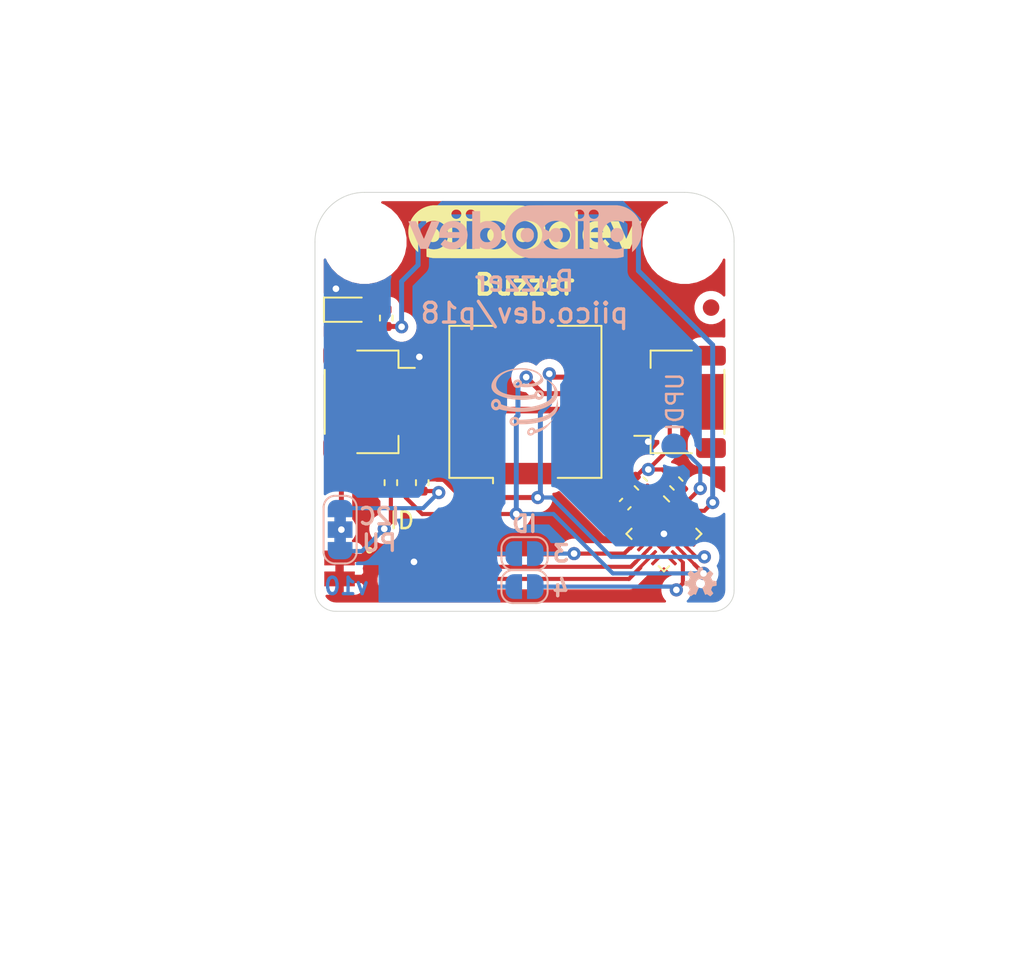
<source format=kicad_pcb>
(kicad_pcb (version 20211014) (generator pcbnew)
  (layers (0 "F.Cu" signal) (31 "B.Cu" signal) (34 "B.Paste" user) (35 "F.Paste" user) (36 "B.SilkS" user "B.Silkscreen") (37 "F.SilkS" user "F.Silkscreen") (38 "B.Mask" user) (39 "F.Mask" user) (44 "Edge.Cuts" user))
  (net 0 "")
  (net 1 "+3V3")
  (net 2 "GND")
  (net 3 "Net-(D1-Pad2)")
  (net 4 "/SCL")
  (net 5 "/SDA")
  (net 6 "Net-(JP2-Pad1)")
  (net 7 "Net-(JP2-Pad3)")
  (net 8 "/UPDI")
  (net 9 "/ADD2")
  (net 10 "/ADD1")
  (net 11 "/PWR_LED")
  (net 12 "/ADD3")
  (net 13 "/ADD4")
  (net 14 "/BUZZ_2")
  (net 15 "/BUZZ_1")
  (net 16 "/BUZZ")
  (net 17 "/BUZZ_3")
  (net 18 "Net-(U1-Pad7)")
  (net 19 "Net-(U1-Pad10)")
  (net 20 "Net-(U1-Pad11)")
  (net 21 "Net-(U1-Pad15)")
  (net 22 "Net-(U1-Pad16)")
  (net 23 "Net-(U1-Pad18)")
  (footprint "CoreElectronics_Components:PiicoDev_Connector_with_UPDI" (layer "F.Cu") (at 106.7054 101.346 90)
    (fp_text reference "J2" hide)
    (fp_text value " " hide)
    (fp_text user "UPDI" (at 0 -0.3 90) (layer "B.SilkS") (effects (justify mirror)))
    (pad "1" smd roundrect locked (at -1.5 -2 90) (size 0.6 1.55) (layers "F.Cu" "F.Paste" "F.Mask") (net 2 "GND"))
    (pad "2" smd roundrect locked (at -0.5 -2 90) (size 0.6 1.55) (layers "F.Cu" "F.Paste" "F.Mask") (net 1 "+3V3"))
    (pad "3" smd roundrect locked (at 0.5 -2 90) (size 0.6 1.55) (layers "F.Cu" "F.Paste" "F.Mask") (net 5 "/SDA"))
    (pad "4" smd roundrect locked (at 1.5 -2 90) (size 0.6 1.55) (layers "F.Cu" "F.Paste" "F.Mask") (net 4 "/SCL"))
    (pad "5" smd circle locked (at -2.67 -0.38 90) (size 1.5 1.5) (layers "B.Cu" "B.Mask") (net 8 "/UPDI"))
    (pad "MP" smd roundrect locked (at -2.8 1.875 90) (size 1.2 1.8) (layers "F.Cu" "F.Paste" "F.Mask") (roundrect_rratio 0.2083325))
    (pad "MP" smd roundrect locked (at 2.8 1.875 90) (size 1.2 1.8) (layers "F.Cu" "F.Paste" "F.Mask") (roundrect_rratio 0.2083325))
  )
  (footprint "CoreElectronics_Components:MountingHole_2.7mm_M2.5_PadClearance_1.2" (layer "F.Cu") (at 87.582 91.646)
    (fp_text reference "H1" hide)
    (fp_text value "MountingHole")
    (pad "" np_thru_hole circle locked (at 0 0) (size 2.7 2.7) (drill 2.7) (layers *.Cu *.Mask))
  )
  (footprint "Fiducial:Fiducial_1mm_Mask2mm" (layer "F.Cu") (at 89.382 112.146)
    (fp_text reference "FID1" hide)
    (fp_text value "Fiducial")
    (pad "" smd circle locked (at 0 0) (size 1 1) (layers "F.Cu" "F.Mask") (clearance 0.5))
  )
  (footprint "CoreElectronics_Components:MountingHole_2.7mm_M2.5_PadClearance_1.2" (layer "F.Cu") (at 106.982 91.646)
    (fp_text reference "H2" hide)
    (fp_text value "MountingHole")
    (pad "" np_thru_hole circle locked (at 0 0) (size 2.7 2.7) (drill 2.7) (layers *.Cu *.Mask))
  )
  (footprint "Fiducial:Fiducial_1mm_Mask2mm" (layer "F.Cu") (at 108.585 95.631)
    (fp_text reference "FID2" hide)
    (fp_text value "Fiducial")
    (pad "" smd circle locked (at 0 0) (size 1 1) (layers "F.Cu" "F.Mask") (clearance 0.5))
  )
  (footprint "Resistor_SMD:R_0402_1005Metric" (layer "F.Cu") (at 88.9 96.266 90)
    (fp_text reference "R1" hide)
    (fp_text value "10k" hide)
    (pad "1" smd roundrect locked (at -0.51 0 90) (size 0.54 0.64) (layers "F.Cu" "F.Paste" "F.Mask") (net 11 "/PWR_LED"))
    (pad "2" smd roundrect locked (at 0.51 0 90) (size 0.54 0.64) (layers "F.Cu" "F.Paste" "F.Mask") (net 3 "Net-(D1-Pad2)"))
  )
  (footprint "LED_SMD:LED_0603_1608Metric" (layer "F.Cu") (at 86.614 95.758)
    (fp_text reference "D1" hide)
    (fp_text value "LED" hide)
    (pad "1" smd roundrect locked (at -0.7875 0) (size 0.875 0.95) (layers "F.Cu" "F.Paste" "F.Mask") (net 2 "GND"))
    (pad "2" smd roundrect locked (at 0.7875 0) (size 0.875 0.95) (layers "F.Cu" "F.Paste" "F.Mask") (net 3 "Net-(D1-Pad2)"))
  )
  (footprint "Connector_JST:JST_SH_SM04B-SRSS-TB_1x04-1MP_P1.00mm_Horizontal" (layer "F.Cu") (at 87.8586 101.346 -90)
    (fp_text reference "J1" hide)
    (fp_text value " " hide)
    (pad "1" smd roundrect locked (at -1.5 -2 270) (size 0.6 1.55) (layers "F.Cu" "F.Paste" "F.Mask") (net 2 "GND"))
    (pad "2" smd roundrect locked (at -0.5 -2 270) (size 0.6 1.55) (layers "F.Cu" "F.Paste" "F.Mask") (net 1 "+3V3"))
    (pad "3" smd roundrect locked (at 0.5 -2 270) (size 0.6 1.55) (layers "F.Cu" "F.Paste" "F.Mask") (net 5 "/SDA"))
    (pad "4" smd roundrect locked (at 1.5 -2 270) (size 0.6 1.55) (layers "F.Cu" "F.Paste" "F.Mask") (net 4 "/SCL"))
    (pad "MP" smd roundrect locked (at -2.8 1.875 270) (size 1.2 1.8) (layers "F.Cu" "F.Paste" "F.Mask") (roundrect_rratio 0.2083325))
    (pad "MP" smd roundrect locked (at 2.8 1.875 270) (size 1.2 1.8) (layers "F.Cu" "F.Paste" "F.Mask") (roundrect_rratio 0.2083325))
  )
  (footprint "Resistor_SMD:R_0402_1005Metric" (layer "F.Cu") (at 91.082 106.246 90)
    (fp_text reference "R2" hide)
    (fp_text value "10k")
    (pad "1" smd roundrect locked (at -0.51 0 90) (size 0.54 0.64) (layers "F.Cu" "F.Paste" "F.Mask") (net 7 "Net-(JP2-Pad3)"))
    (pad "2" smd roundrect locked (at 0.51 0 90) (size 0.54 0.64) (layers "F.Cu" "F.Paste" "F.Mask") (net 4 "/SCL"))
  )
  (footprint "Package_DFN_QFN:VQFN-20-1EP_3x3mm_P0.4mm_EP1.7x1.7mm" (layer "F.Cu") (at 105.7275 109.347 -45)
    (fp_text reference "U1" hide)
    (fp_text value "ATtiny806")
    (pad "1" smd custom locked (at -1.45 -0.8 315) (size 0.143431 0.143431) (layers "F.Cu" "F.Paste" "F.Mask") (net 17 "/BUZZ_3") (options (clearance outline) (anchor circle)) (primitives (gr_poly (pts (xy -0.35 -0.05) (xy 0.299289 -0.05) (xy 0.35 0.000711) (xy 0.35 0.05) (xy -0.35 0.05)) (width 0.1) (fill yes))))
    (pad "2" smd roundrect locked (at -1.45 -0.4 315) (size 0.8 0.2) (layers "F.Cu" "F.Paste" "F.Mask") (net 15 "/BUZZ_1"))
    (pad "3" smd roundrect locked (at -1.45 0 315) (size 0.8 0.2) (layers "F.Cu" "F.Paste" "F.Mask") (net 2 "GND"))
    (pad "4" smd roundrect locked (at -1.45 0.4 315) (size 0.8 0.2) (layers "F.Cu" "F.Paste" "F.Mask") (net 1 "+3V3"))
    (pad "5" smd custom locked (at -1.45 0.8 315) (size 0.143431 0.143431) (layers "F.Cu" "F.Paste" "F.Mask") (net 16 "/BUZZ") (options (clearance outline) (anchor circle)) (primitives (gr_poly (pts (xy -0.35 -0.05) (xy 0.35 -0.05) (xy 0.35 -0.000711) (xy 0.299289 0.05) (xy -0.35 0.05)) (width 0.1) (fill yes))))
    (pad "6" smd custom locked (at -0.8 1.45 315) (size 0.143431 0.143431) (layers "F.Cu" "F.Paste" "F.Mask") (net 12 "/ADD3") (options (clearance outline) (anchor circle)) (primitives (gr_poly (pts (xy -0.05 -0.299289) (xy 0.000711 -0.35) (xy 0.05 -0.35) (xy 0.05 0.35) (xy -0.05 0.35)) (width 0.1) (fill yes))))
    (pad "7" smd roundrect locked (at -0.4 1.45 315) (size 0.2 0.8) (layers "F.Cu" "F.Paste" "F.Mask") (net 18 "Net-(U1-Pad7)"))
    (pad "8" smd roundrect locked (at 0 1.45 315) (size 0.2 0.8) (layers "F.Cu" "F.Paste" "F.Mask") (net 10 "/ADD1"))
    (pad "9" smd roundrect locked (at 0.4 1.45 315) (size 0.2 0.8) (layers "F.Cu" "F.Paste" "F.Mask") (net 9 "/ADD2"))
    (pad "10" smd custom locked (at 0.8 1.45 315) (size 0.143431 0.143431) (layers "F.Cu" "F.Paste" "F.Mask") (net 19 "Net-(U1-Pad10)") (options (clearance outline) (anchor circle)) (primitives (gr_poly (pts (xy -0.05 -0.35) (xy -0.000711 -0.35) (xy 0.05 -0.299289) (xy 0.05 0.35) (xy -0.05 0.35)) (width 0.1) (fill yes))))
    (pad "11" smd custom locked (at 1.45 0.8 315) (size 0.143431 0.143431) (layers "F.Cu" "F.Paste" "F.Mask") (net 20 "Net-(U1-Pad11)") (options (clearance outline) (anchor circle)) (primitives (gr_poly (pts (xy -0.35 -0.05) (xy 0.35 -0.05) (xy 0.35 0.05) (xy -0.299289 0.05) (xy -0.35 -0.000711)) (width 0.1) (fill yes))))
    (pad "12" smd roundrect locked (at 1.45 0.4 315) (size 0.8 0.2) (layers "F.Cu" "F.Paste" "F.Mask") (net 13 "/ADD4"))
    (pad "13" smd roundrect locked (at 1.45 0 315) (size 0.8 0.2) (layers "F.Cu" "F.Paste" "F.Mask") (net 5 "/SDA"))
    (pad "14" smd roundrect locked (at 1.45 -0.4 315) (size 0.8 0.2) (layers "F.Cu" "F.Paste" "F.Mask") (net 4 "/SCL"))
    (pad "15" smd custom locked (at 1.45 -0.8 315) (size 0.143431 0.143431) (layers "F.Cu" "F.Paste" "F.Mask") (net 21 "Net-(U1-Pad15)") (options (clearance outline) (anchor circle)) (primitives (gr_poly (pts (xy -0.35 0.000711) (xy -0.299289 -0.05) (xy 0.35 -0.05) (xy 0.35 0.05) (xy -0.35 0.05)) (width 0.1) (fill yes))))
    (pad "16" smd custom locked (at 0.8 -1.45 315) (size 0.143431 0.143431) (layers "F.Cu" "F.Paste" "F.Mask") (net 22 "Net-(U1-Pad16)") (options (clearance outline) (anchor circle)) (primitives (gr_poly (pts (xy -0.05 -0.35) (xy 0.05 -0.35) (xy 0.05 0.299289) (xy -0.000711 0.35) (xy -0.05 0.35)) (width 0.1) (fill yes))))
    (pad "17" smd roundrect locked (at 0.4 -1.45 315) (size 0.2 0.8) (layers "F.Cu" "F.Paste" "F.Mask") (net 11 "/PWR_LED"))
    (pad "18" smd roundrect locked (at 0 -1.45 315) (size 0.2 0.8) (layers "F.Cu" "F.Paste" "F.Mask") (net 23 "Net-(U1-Pad18)"))
    (pad "19" smd roundrect locked (at -0.4 -1.45 315) (size 0.2 0.8) (layers "F.Cu" "F.Paste" "F.Mask") (net 8 "/UPDI"))
    (pad "20" smd custom locked (at -0.8 -1.45 315) (size 0.143431 0.143431) (layers "F.Cu" "F.Paste" "F.Mask") (net 14 "/BUZZ_2") (options (clearance outline) (anchor circle)) (primitives (gr_poly (pts (xy -0.05 -0.35) (xy 0.05 -0.35) (xy 0.05 0.35) (xy 0.000711 0.35) (xy -0.05 0.299289)) (width 0.1) (fill yes))))
    (pad "21" smd rect locked (at 0 0 315) (size 1.7 1.7) (layers "F.Cu" "F.Mask") (net 2 "GND"))
  )
  (footprint "Capacitor_SMD:C_0402_1005Metric" (layer "F.Cu") (at 103.382 107.546 45)
    (fp_text reference "C1" hide)
    (fp_text value "100n")
    (pad "1" smd roundrect locked (at -0.48 0 45) (size 0.56 0.62) (layers "F.Cu" "F.Paste" "F.Mask") (net 1 "+3V3"))
    (pad "2" smd roundrect locked (at 0.48 0 45) (size 0.56 0.62) (layers "F.Cu" "F.Paste" "F.Mask") (net 2 "GND"))
  )
  (footprint "CoreElectronics_Artwork:piicodev_logo_14.2x3.4mm" (layer "F.Cu") (at 97.329859 91.1352)
    (fp_text reference "G1" hide)
    (fp_text value "LOGO_PiicoDev" hide)
  )
  (footprint "Resistor_SMD:R_0402_1005Metric" (layer "F.Cu") (at 89.182 106.246 90)
    (fp_text reference "R3" hide)
    (fp_text value "10k" hide)
    (pad "1" smd roundrect locked (at -0.51 0 90) (size 0.54 0.64) (layers "F.Cu" "F.Paste" "F.Mask") (net 6 "Net-(JP2-Pad1)"))
    (pad "2" smd roundrect locked (at 0.51 0 90) (size 0.54 0.64) (layers "F.Cu" "F.Paste" "F.Mask") (net 5 "/SDA"))
  )
  (footprint "CoreElectronics_Components:SW_DIP_SPSTx02_Slide_DSHP" (layer "F.Cu") (at 89.882 111.446)
    (fp_text reference "SW1" hide)
    (fp_text value "ADDR")
    (pad "1" smd rect locked (at -3.81 -0.635) (size 1.85 0.9) (layers "F.Cu" "F.Paste" "F.Mask") (net 2 "GND"))
    (pad "2" smd rect locked (at -3.81 0.635) (size 1.85 0.9) (layers "F.Cu" "F.Paste" "F.Mask") (net 2 "GND"))
    (pad "3" smd rect locked (at 3.81 0.635) (size 1.85 0.9) (layers "F.Cu" "F.Paste" "F.Mask") (net 9 "/ADD2"))
    (pad "4" smd rect locked (at 3.81 -0.635) (size 1.85 0.9) (layers "F.Cu" "F.Paste" "F.Mask") (net 10 "/ADD1"))
  )
  (footprint "Resistor_SMD:R_0402_1005Metric" (layer "F.Cu") (at 104.332 106.296 135)
    (fp_text reference "R4" hide)
    (fp_text value "4k7")
    (pad "1" smd roundrect locked (at -0.51 0 135) (size 0.54 0.64) (layers "F.Cu" "F.Paste" "F.Mask") (net 15 "/BUZZ_1"))
    (pad "2" smd roundrect locked (at 0.51 0 135) (size 0.54 0.64) (layers "F.Cu" "F.Paste" "F.Mask") (net 17 "/BUZZ_3"))
  )
  (footprint "Resistor_SMD:R_0402_1005Metric" (layer "F.Cu") (at 106.482 106.296 135)
    (fp_text reference "R5" hide)
    (fp_text value "1k")
    (pad "1" smd roundrect locked (at -0.51 0 135) (size 0.54 0.64) (layers "F.Cu" "F.Paste" "F.Mask") (net 14 "/BUZZ_2"))
    (pad "2" smd roundrect locked (at 0.51 0 135) (size 0.54 0.64) (layers "F.Cu" "F.Paste" "F.Mask") (net 17 "/BUZZ_3"))
  )
  (footprint "Buzzer_Beeper:Buzzer_Murata_PKMCS0909E" (layer "F.Cu") (at 97.332 101.346 90)
    (fp_text reference "LS1" hide)
    (fp_text value "Speaker_Crystal")
    (pad "1" smd rect locked (at -4.35 0 90) (size 1.3 3.4) (layers "F.Cu" "F.Paste" "F.Mask") (net 16 "/BUZZ"))
    (pad "2" smd rect locked (at 4.35 0 90) (size 1.3 3.4) (layers "F.Cu" "F.Paste" "F.Mask") (net 17 "/BUZZ_3"))
  )
  (footprint "CoreElectronics_Artwork:piicodev_logo_14.2x3.4mm" (layer "B.Cu") (at 97.297953 91.1352 180)
    (fp_text reference "G3" hide)
    (fp_text value "LOGO_made-with-love" hide)
  )
  (footprint "CoreElectronics_Artwork:oshw" (layer "B.Cu") (at 107.95 112.268 180)
    (fp_text reference "LOGO1" hide)
    (fp_text value "Logo_Open_Hardware_Small" hide)
  )
  (footprint "CoreElectronics_Components:SolderJumper-3_P1.3mm_Closed_RoundedPad1.0x1.5mm_NumberLabels" (layer "B.Cu") (at 86.106 109.093 90)
    (fp_text reference "JP2" hide)
    (fp_text value "I2C PU")
    (fp_poly (pts (xy 0.8 -0.3) (xy -0.8 -0.3) (xy -0.8 0.3) (xy 0.8 0.3)) (layer "B.Cu") (width 0.1) (fill solid))
    (pad "1" smd custom locked (at -1.3 0 90) (size 1 0.5) (layers "B.Cu" "B.Mask") (net 6 "Net-(JP2-Pad1)") (options (clearance outline) (anchor rect)) (primitives (gr_circle (center 0 -0.25) (end 0.5 -0.25) (width 0) (fill yes)) (gr_circle (center 0 0.25) (end 0.5 0.25) (width 0) (fill yes)) (gr_poly (pts (xy 0.55 0.75) (xy 0 0.75) (xy 0 -0.75) (xy 0.55 -0.75)) (width 0) (fill yes))))
    (pad "2" smd rect locked (at 0 0 90) (size 1 1.5) (layers "B.Cu" "B.Mask") (net 1 "+3V3"))
    (pad "3" smd custom locked (at 1.3 0 90) (size 1 0.5) (layers "B.Cu" "B.Mask") (net 7 "Net-(JP2-Pad3)") (options (clearance outline) (anchor rect)) (primitives (gr_circle (center 0 -0.25) (end 0.5 -0.25) (width 0) (fill yes)) (gr_circle (center 0 0.25) (end 0.5 0.25) (width 0) (fill yes)) (gr_poly (pts (xy -0.55 0.75) (xy 0 0.75) (xy 0 -0.75) (xy -0.55 -0.75)) (width 0) (fill yes))))
  )
  (footprint "Jumper:SolderJumper-2_P1.3mm_Open_RoundedPad1.0x1.5mm" (layer "B.Cu") (at 97.282 112.546 180)
    (fp_text reference "JP5")
    (fp_text value "SolderJumper_2_Open")
    (pad "1" smd custom locked (at -0.65 0 180) (size 1 0.5) (layers "B.Cu" "B.Mask") (net 13 "/ADD4") (options (clearance outline) (anchor rect)) (primitives (gr_circle (center 0 -0.25) (end 0.5 -0.25) (width 0) (fill yes)) (gr_circle (center 0 0.25) (end 0.5 0.25) (width 0) (fill yes)) (gr_poly (pts (xy 0 0.75) (xy 0.5 0.75) (xy 0.5 -0.75) (xy 0 -0.75)) (width 0) (fill yes))))
    (pad "2" smd custom locked (at 0.65 0 180) (size 1 0.5) (layers "B.Cu" "B.Mask") (net 2 "GND") (options (clearance convexhull) (anchor rect)) (primitives (gr_circle (center 0 -0.25) (end 0.5 -0.25) (width 0) (fill yes)) (gr_circle (center 0 0.25) (end 0.5 0.25) (width 0) (fill yes)) (gr_poly (pts (xy 0 0.75) (xy -0.5 0.75) (xy -0.5 -0.75) (xy 0 -0.75)) (width 0) (fill yes))))
  )
  (footprint "Jumper:SolderJumper-2_P1.3mm_Open_RoundedPad1.0x1.5mm" (layer "B.Cu") (at 97.282 110.546 180)
    (fp_text reference "JP3" hide)
    (fp_text value "SolderJumper_2_Open")
    (pad "1" smd custom locked (at -0.65 0 180) (size 1 0.5) (layers "B.Cu" "B.Mask") (net 12 "/ADD3") (options (clearance outline) (anchor rect)) (primitives (gr_circle (center 0 -0.25) (end 0.5 -0.25) (width 0) (fill yes)) (gr_circle (center 0 0.25) (end 0.5 0.25) (width 0) (fill yes)) (gr_poly (pts (xy 0 0.75) (xy 0.5 0.75) (xy 0.5 -0.75) (xy 0 -0.75)) (width 0) (fill yes))))
    (pad "2" smd custom locked (at 0.65 0 180) (size 1 0.5) (layers "B.Cu" "B.Mask") (net 2 "GND") (options (clearance outline) (anchor rect)) (primitives (gr_circle (center 0 -0.25) (end 0.5 -0.25) (width 0) (fill yes)) (gr_circle (center 0 0.25) (end 0.5 0.25) (width 0) (fill yes)) (gr_poly (pts (xy 0 0.75) (xy -0.5 0.75) (xy -0.5 -0.75) (xy 0 -0.75)) (width 0) (fill yes))))
  )
  (footprint "CoreElectronics_Artwork:CoreElectronics_logo_5mm_v2" (layer "B.Cu") (at 97.282 101.346263 180)
    (fp_text reference "G2" hide)
    (fp_text value "LOGO_CoreElectronics_no-text" hide)
  )
  (gr_arc (start 109.982 112.776) (mid 109.610026 113.674026) (end 108.712 114.046) (layer "Edge.Cuts") (width 0.05))
  (gr_arc (start 85.852 114.046) (mid 84.953974 113.674026) (end 84.582 112.776) (layer "Edge.Cuts") (width 0.05))
  (gr_line (start 108.712 114.046) (end 85.852 114.046) (layer "Edge.Cuts") (width 0.05))
  (gr_line (start 84.582 112.776) (end 84.582 91.646) (layer "Edge.Cuts") (width 0.05))
  (gr_arc (start 106.982 88.646) (mid 109.10332 89.52468) (end 109.982 91.646) (layer "Edge.Cuts") (width 0.05))
  (gr_arc (start 84.582 91.646) (mid 85.46068 89.52468) (end 87.582 88.646) (layer "Edge.Cuts") (width 0.05))
  (gr_line (start 87.582 88.646) (end 106.982 88.646) (layer "Edge.Cuts") (width 0.05))
  (gr_line (start 109.982 91.646) (end 109.982 112.776) (layer "Edge.Cuts") (width 0.05))
  (gr_text "v10" (at 86.492 112.522) (layer "B.Cu") (effects (font (size 1 1) (thickness 0.2)) (justify mirror)))
  (gr_text "Buzzer\npiico.dev/p18" (at 97.282 94.996) (layer "B.SilkS") (effects (font (size 1.2 1.2) (thickness 0.2)) (justify mirror)))
  (gr_text "3" (at 99.482 110.546) (layer "B.SilkS") (effects (font (size 1 1) (thickness 0.2)) (justify mirror)))
  (gr_text "ID" (at 97.282 108.746) (layer "B.SilkS") (effects (font (size 1 1) (thickness 0.2)) (justify mirror)))
  (gr_text "ID" (at 97.282 108.746) (layer "B.SilkS") (effects (font (size 1 1) (thickness 0.2)) (justify mirror)))
  (gr_text "3" (at 99.482 110.546) (layer "B.SilkS") (effects (font (size 1 1) (thickness 0.2)) (justify mirror)))
  (gr_text "4" (at 99.482 112.646) (layer "B.SilkS") (effects (font (size 1 1) (thickness 0.2)) (justify mirror)))
  (gr_text "4" (at 99.482 112.646) (layer "B.SilkS") (effects (font (size 1 1) (thickness 0.2)) (justify mirror)))
  (gr_text "I2C\nPU" (at 88.482 109.093) (layer "B.SilkS") (effects (font (size 1 1) (thickness 0.2)) (justify mirror)))
  (gr_text "Buzzer" (at 97.282 94.246) (layer "F.SilkS") (effects (font (size 1.2 1.2) (thickness 0.25))))
  (gr_text "ID" (at 90.695095 108.546) (layer "F.SilkS") (effects (font (size 1 1)) (justify right)))
  (segment (start 102.332 101.896) (end 102.382 101.846) (width 0.25) (layer "F.Cu") (net 1))
  (segment (start 90.582 100.846) (end 89.8586 100.846) (width 0.3) (layer "F.Cu") (net 1))
  (segment (start 103.253178 108.096) (end 103.042589 107.885411) (width 0.2) (layer "F.Cu") (net 1))
  (segment (start 103.132 101.846) (end 104.7054 101.846) (width 0.4) (layer "F.Cu") (net 1))
  (segment (start 102.382 101.846) (end 103.116 101.846) (width 0.25) (layer "F.Cu") (net 1))
  (segment (start 104.419352 108.604538) (end 103.910814 108.096) (width 0.2) (layer "F.Cu") (net 1))
  (segment (start 86.432 106.071) (end 86.182 106.321) (width 0.3) (layer "F.Cu") (net 1))
  (segment (start 86.182 106.321) (end 86.182 109.093) (width 0.3) (layer "F.Cu") (net 1))
  (segment (start 87.782 101.571) (end 88.507 100.846) (width 0.3) (layer "F.Cu") (net 1))
  (segment (start 103.132 101.846) (end 91.582 101.846) (width 0.4) (layer "F.Cu") (net 1))
  (segment (start 103.042589 107.885411) (end 102.332 107.174822) (width 0.25) (layer "F.Cu") (net 1))
  (segment (start 102.332 107.174822) (end 102.332 101.896) (width 0.25) (layer "F.Cu") (net 1))
  (segment (start 86.432 106.071) (end 87.782 104.721) (width 0.3) (layer "F.Cu") (net 1))
  (segment (start 103.124 101.854) (end 103.132 101.846) (width 0.4) (layer "F.Cu") (net 1))
  (segment (start 87.782 104.721) (end 87.782 101.571) (width 0.3) (layer "F.Cu") (net 1))
  (segment (start 91.582 101.846) (end 90.582 100.846) (width 0.4) (layer "F.Cu") (net 1))
  (segment (start 88.507 100.846) (end 89.8586 100.846) (width 0.3) (layer "F.Cu") (net 1))
  (segment (start 103.910814 108.096) (end 103.253178 108.096) (width 0.2) (layer "F.Cu") (net 1))
  (segment (start 103.116 101.846) (end 103.124 101.854) (width 0.25) (layer "F.Cu") (net 1))
  (via (at 86.182 109.093) (size 0.8) (drill 0.4) (layers "F.Cu" "B.Cu") (net 1))
  (segment (start 86.106 109.093) (end 86.182 109.093) (width 0.3) (layer "B.Cu") (net 1))
  (segment (start 104.702195 108.321695) (end 105.7275 109.347) (width 0.2) (layer "F.Cu") (net 2))
  (segment (start 103.721411 107.340911) (end 103.721411 107.206589) (width 0.2) (layer "F.Cu") (net 2))
  (segment (start 85.8265 94.5135) (end 85.852 94.488) (width 0.25) (layer "F.Cu") (net 2))
  (segment (start 104.7054 103.6894) (end 104.775 103.759) (width 0.25) (layer "F.Cu") (net 2))
  (segment (start 103.082 106.567178) (end 103.082 103.296) (width 0.25) (layer "F.Cu") (net 2))
  (segment (start 103.532 102.846) (end 104.7054 102.846) (width 0.25) (layer "F.Cu") (net 2))
  (segment (start 90.582 111.046) (end 90.347 110.811) (width 0.25) (layer "F.Cu") (net 2))
  (segment (start 86.072 110.811) (end 86.072 112.081) (width 0.25) (layer "F.Cu") (net 2))
  (segment (start 103.082 103.296) (end 103.532 102.846) (width 0.25) (layer "F.Cu") (net 2))
  (segment (start 103.721411 107.206589) (end 103.082 106.567178) (width 0.25) (layer "F.Cu") (net 2))
  (segment (start 90.347 110.811) (end 86.072 110.811) (width 0.25) (layer "F.Cu") (net 2))
  (segment (start 104.7054 102.846) (end 104.7054 103.6894) (width 0.4) (layer "F.Cu") (net 2))
  (segment (start 85.8265 95.758) (end 85.8265 94.5135) (width 0.25) (layer "F.Cu") (net 2))
  (segment (start 104.702195 108.321695) (end 103.721411 107.340911) (width 0.2) (layer "F.Cu") (net 2))
  (via (at 90.907 98.621) (size 0.8) (drill 0.4) (layers "F.Cu" "B.Cu") (net 2))
  (via (at 90.582 111.046) (size 0.8) (drill 0.4) (layers "F.Cu" "B.Cu") (net 2))
  (via (at 105.7275 109.347) (size 0.8) (drill 0.4) (layers "F.Cu" "B.Cu") (net 2))
  (via (at 104.775 103.759) (size 0.8) (drill 0.4) (layers "F.Cu" "B.Cu") (net 2))
  (via (at 85.852 94.488) (size 0.8) (drill 0.4) (layers "F.Cu" "B.Cu") (net 2))
  (segment (start 104.775 103.6955) (end 104.775 103.759) (width 0.25) (layer "B.Cu") (net 2))
  (segment (start 94.982 110.646) (end 94.982 112.246) (width 0.25) (layer "B.Cu") (net 2))
  (segment (start 95.082 110.546) (end 94.982 110.646) (width 0.25) (layer "B.Cu") (net 2))
  (segment (start 96.632 110.546) (end 95.082 110.546) (width 0.25) (layer "B.Cu") (net 2))
  (segment (start 95.282 112.546) (end 96.632 112.546) (width 0.25) (layer "B.Cu") (net 2))
  (segment (start 94.982 112.246) (end 95.282 112.546) (width 0.25) (layer "B.Cu") (net 2))
  (segment (start 88.898 95.758) (end 88.9 95.756) (width 0.25) (layer "F.Cu") (net 3))
  (segment (start 87.4015 95.758) (end 88.898 95.758) (width 0.25) (layer "F.Cu") (net 3))
  (segment (start 91.392 106.046) (end 91.082 105.736) (width 0.25) (layer "F.Cu") (net 4))
  (segment (start 107.035648 110.089462) (end 107.690186 110.744) (width 0.2) (layer "F.Cu") (net 4))
  (segment (start 93.482 107.146) (end 92.382 106.046) (width 0.3) (layer "F.Cu") (net 4))
  (segment (start 91.982 106.046) (end 91.392 106.046) (width 0.25) (layer "F.Cu") (net 4))
  (segment (start 98.982 99.846) (end 104.7054 99.846) (width 0.3) (layer "F.Cu") (net 4))
  (segment (start 98.782 99.646) (end 98.982 99.846) (width 0.3) (layer "F.Cu") (net 4))
  (segment (start 91.082 104.936) (end 91.082 105.736) (width 0.25) (layer "F.Cu") (net 4))
  (segment (start 107.690186 110.744) (end 107.95 110.744) (width 0.2) (layer "F.Cu") (net 4))
  (segment (start 107.035648 110.089462) (end 107.041462 110.089462) (width 0.2) (layer "F.Cu") (net 4))
  (segment (start 89.8586 103.7126) (end 91.082 104.936) (width 0.25) (layer "F.Cu") (net 4))
  (segment (start 98.082 107.146) (end 93.482 107.146) (width 0.3) (layer "F.Cu") (net 4))
  (segment (start 92.382 106.046) (end 91.982 106.046) (width 0.3) (layer "F.Cu") (net 4))
  (segment (start 107.95 110.744) (end 108.1405 110.744) (width 0.2) (layer "F.Cu") (net 4))
  (segment (start 107.95 110.744) (end 108.18 110.744) (width 0.25) (layer "F.Cu") (net 4))
  (segment (start 89.8586 102.846) (end 89.8586 103.7126) (width 0.25) (layer "F.Cu") (net 4))
  (via (at 98.082 107.146) (size 0.8) (drill 0.4) (layers "F.Cu" "B.Cu") (net 4))
  (via (at 108.18 110.744) (size 0.8) (drill 0.4) (layers "F.Cu" "B.Cu") (net 4))
  (via (at 98.782 99.646) (size 0.8) (drill 0.4) (layers "F.Cu" "B.Cu") (net 4))
  (segment (start 98.082 107.146) (end 98.934153 107.146) (width 0.25) (layer "B.Cu") (net 4))
  (segment (start 102.532153 110.744) (end 108.18 110.744) (width 0.25) (layer "B.Cu") (net 4))
  (segment (start 98.242 102.016) (end 98.782 101.476) (width 0.3) (layer "B.Cu") (net 4))
  (segment (start 98.934153 107.146) (end 102.532153 110.744) (width 0.25) (layer "B.Cu") (net 4))
  (segment (start 98.242 106.986) (end 98.242 102.016) (width 0.3) (layer "B.Cu") (net 4))
  (segment (start 98.782 101.476) (end 98.782 99.646) (width 0.3) (layer "B.Cu") (net 4))
  (segment (start 98.082 107.146) (end 98.242 106.986) (width 0.3) (layer "B.Cu") (net 4))
  (segment (start 89.672 105.736) (end 89.182 105.736) (width 0.25) (layer "F.Cu") (net 5))
  (segment (start 97.382 99.846) (end 98.382 100.846) (width 0.3) (layer "F.Cu") (net 5))
  (segment (start 88.582 104.046) (end 88.582 105.136) (width 0.25) (layer "F.Cu") (net 5))
  (segment (start 106.752805 110.372305) (end 107.569 111.1885) (width 0.2) (layer "F.Cu") (net 5))
  (segment (start 91.082 108.146) (end 90.082 107.146) (width 0.25) (layer "F.Cu") (net 5))
  (segment (start 88.782 101.846) (end 88.582 102.046) (width 0.25) (layer "F.Cu") (net 5))
  (segment (start 98.382 100.846) (end 104.7054 100.846) (width 0.3) (layer "F.Cu") (net 5))
  (segment (start 90.082 107.146) (end 90.082 106.146) (width 0.25) (layer "F.Cu") (net 5))
  (segment (start 107.569 111.1885) (end 108.126497 111.745997) (width 0.25) (layer "F.Cu") (net 5))
  (segment (start 96.782 108.146) (end 91.082 108.146) (width 0.25) (layer "F.Cu") (net 5))
  (segment (start 89.8586 101.846) (end 88.782 101.846) (width 0.25) (layer "F.Cu") (net 5))
  (segment (start 88.582 102.046) (end 88.582 104.046) (width 0.25) (layer "F.Cu") (net 5))
  (segment (start 90.082 106.146) (end 89.672 105.736) (width 0.25) (layer "F.Cu") (net 5))
  (segment (start 88.582 105.136) (end 89.182 105.736) (width 0.25) (layer "F.Cu") (net 5))
  (via (at 108.126497 111.745997) (size 0.8) (drill 0.4) (layers "F.Cu" "B.Cu") (net 5))
  (via (at 97.382 99.846) (size 0.8) (drill 0.4) (layers "F.Cu" "B.Cu") (net 5))
  (via (at 96.782 108.146) (size 0.8) (drill 0.4) (layers "F.Cu" "B.Cu") (net 5))
  (segment (start 96.882 100.346) (end 97.382 99.846) (width 0.3) (layer "B.Cu") (net 5))
  (segment (start 96.782 102.276) (end 96.882 102.176) (width 0.3) (layer "B.Cu") (net 5))
  (segment (start 96.882 102.176) (end 96.882 100.346) (width 0.3) (layer "B.Cu") (net 5))
  (segment (start 96.782 108.146) (end 99.032 108.146) (width 0.25) (layer "B.Cu") (net 5))
  (segment (start 102.631997 111.745997) (end 108.126497 111.745997) (width 0.25) (layer "B.Cu") (net 5))
  (segment (start 99.032 108.146) (end 102.631997 111.745997) (width 0.25) (layer "B.Cu") (net 5))
  (segment (start 96.782 108.146) (end 96.782 102.276) (width 0.3) (layer "B.Cu") (net 5))
  (segment (start 89.182 108.646) (end 89.182 106.756) (width 0.25) (layer "F.Cu") (net 6))
  (segment (start 88.782 109.046) (end 89.182 108.646) (width 0.25) (layer "F.Cu") (net 6))
  (via (at 88.782 109.046) (size 0.8) (drill 0.4) (layers "F.Cu" "B.Cu") (net 6))
  (segment (start 88.782 109.046) (end 87.435 110.393) (width 0.25) (layer "B.Cu") (net 6))
  (segment (start 87.435 110.393) (end 86.106 110.393) (width 0.25) (layer "B.Cu") (net 6))
  (segment (start 91.991998 106.756) (end 92.081998 106.846) (width 0.25) (layer "F.Cu") (net 7))
  (segment (start 91.082 106.756) (end 91.991998 106.756) (width 0.25) (layer "F.Cu") (net 7))
  (via (at 92.081998 106.846) (size 0.8) (drill 0.4) (layers "F.Cu" "B.Cu") (net 7))
  (segment (start 86.106 107.793) (end 91.134998 107.793) (width 0.25) (layer "B.Cu") (net 7))
  (segment (start 91.134998 107.793) (end 92.081998 106.846) (width 0.25) (layer "B.Cu") (net 7))
  (segment (start 106.469962 108.038852) (end 107.320814 107.188) (width 0.2) (layer "F.Cu") (net 8))
  (segment (start 106.991593 107.536407) (end 107.932 106.596) (width 0.25) (layer "F.Cu") (net 8))
  (segment (start 106.972407 107.536407) (end 106.991593 107.536407) (width 0.25) (layer "F.Cu") (net 8))
  (via (at 107.932 106.596) (size 0.8) (drill 0.4) (layers "F.Cu" "B.Cu") (net 8))
  (segment (start 107.932 106.596) (end 107.932 105.265) (width 0.25) (layer "B.Cu") (net 8))
  (segment (start 107.932 105.265) (end 106.553 103.886) (width 0.25) (layer "B.Cu") (net 8))
  (segment (start 93.692 112.081) (end 103.608667 112.081) (width 0.25) (layer "F.Cu") (net 9))
  (segment (start 103.608667 112.081) (end 104.299678 111.389989) (width 0.25) (layer "F.Cu") (net 9))
  (segment (start 104.985038 110.669273) (end 104.282 111.372311) (width 0.2) (layer "F.Cu") (net 9))
  (segment (start 93.472 112.311) (end 93.536997 112.375997) (width 0.25) (layer "F.Cu") (net 9))
  (segment (start 104.985038 110.655148) (end 104.985038 110.669273) (width 0.2) (layer "F.Cu") (net 9))
  (segment (start 93.692 110.811) (end 94.847 110.811) (width 0.25) (layer "F.Cu") (net 10))
  (segment (start 94.847 110.811) (end 95.382 111.346) (width 0.25) (layer "F.Cu") (net 10))
  (segment (start 103.721399 111.346) (end 104.032013 111.035386) (width 0.25) (layer "F.Cu") (net 10))
  (segment (start 95.382 111.346) (end 103.721399 111.346) (width 0.25) (layer "F.Cu") (net 10))
  (segment (start 104.702195 110.386433) (end 104.042628 111.046) (width 0.2) (layer "F.Cu") (net 10))
  (segment (start 104.702195 110.372305) (end 104.702195 110.386433) (width 0.2) (layer "F.Cu") (net 10))
  (segment (start 108.175907 107.952093) (end 107.688093 107.952093) (width 0.25) (layer "F.Cu") (net 11))
  (segment (start 108.681993 107.446007) (end 108.175907 107.952093) (width 0.25) (layer "F.Cu") (net 11))
  (segment (start 89.832 96.796) (end 89.812 96.776) (width 0.3) (layer "F.Cu") (net 11))
  (segment (start 89.812 96.776) (end 88.9 96.776) (width 0.3) (layer "F.Cu") (net 11))
  (segment (start 107.035648 108.604538) (end 107.688093 107.952093) (width 0.2) (layer "F.Cu") (net 11))
  (via (at 108.681993 107.446007) (size 0.8) (drill 0.4) (layers "F.Cu" "B.Cu") (net 11))
  (via (at 89.832 96.796) (size 0.8) (drill 0.4) (layers "F.Cu" "B.Cu") (net 11))
  (segment (start 92.3195 89.321) (end 90.832 90.8085) (width 0.3) (layer "B.Cu") (net 11))
  (segment (start 103.207 89.321) (end 92.3195 89.321) (width 0.3) (layer "B.Cu") (net 11))
  (segment (start 89.832 94.046) (end 89.832 96.796) (width 0.3) (layer "B.Cu") (net 11))
  (segment (start 104.182 90.296) (end 103.207 89.321) (width 0.3) (layer "B.Cu") (net 11))
  (segment (start 108.681993 97.895993) (end 104.182 93.396) (width 0.3) (layer "B.Cu") (net 11))
  (segment (start 104.182 93.396) (end 104.182 90.296) (width 0.3) (layer "B.Cu") (net 11))
  (segment (start 108.681993 107.446007) (end 108.681993 97.895993) (width 0.3) (layer "B.Cu") (net 11))
  (segment (start 90.832 90.8085) (end 90.832 93.046) (width 0.3) (layer "B.Cu") (net 11))
  (segment (start 90.832 93.046) (end 89.832 94.046) (width 0.3) (layer "B.Cu") (net 11))
  (segment (start 108.732 107.496014) (end 108.681993 107.446007) (width 0.25) (layer "B.Cu") (net 11))
  (segment (start 104.13651 109.806619) (end 103.707129 110.236) (width 0.2) (layer "F.Cu") (net 12))
  (segment (start 103.632 110.236) (end 103.322 110.546) (width 0.25) (layer "F.Cu") (net 12))
  (segment (start 103.322 110.546) (end 100.281984 110.546) (width 0.25) (layer "F.Cu") (net 12))
  (segment (start 103.707129 110.236) (end 103.632 110.236) (width 0.2) (layer "F.Cu") (net 12))
  (via (at 100.281984 110.546) (size 0.8) (drill 0.4) (layers "F.Cu" "B.Cu") (net 12))
  (segment (start 97.932 110.546) (end 100.281984 110.546) (width 0.25) (layer "B.Cu") (net 12))
  (segment (start 106.878449 112.349551) (end 106.878449 111.084862) (width 0.25) (layer "F.Cu") (net 13))
  (segment (start 106.469962 110.655148) (end 106.469962 110.669273) (width 0.2) (layer "F.Cu") (net 13))
  (segment (start 106.469962 110.669273) (end 106.882 111.081311) (width 0.2) (layer "F.Cu") (net 13))
  (segment (start 106.482 112.746) (end 106.878449 112.349551) (width 0.25) (layer "F.Cu") (net 13))
  (via (at 106.482 112.746) (size 0.8) (drill 0.4) (layers "F.Cu" "B.Cu") (net 13))
  (segment (start 97.932 112.546) (end 106.282 112.546) (width 0.25) (layer "B.Cu") (net 13))
  (segment (start 106.282 112.546) (end 106.482 112.746) (width 0.25) (layer "B.Cu") (net 13))
  (segment (start 106.317624 107.181624) (end 106.842624 106.656624) (width 0.25) (layer "F.Cu") (net 14))
  (segment (start 106.317624 107.625505) (end 106.317624 107.181624) (width 0.2) (layer "F.Cu") (net 14))
  (segment (start 106.187119 107.75601) (end 106.317624 107.625505) (width 0.2) (layer "F.Cu") (net 14))
  (segment (start 104.582 106.767248) (end 104.692624 106.656624) (width 0.25) (layer "F.Cu") (net 15))
  (segment (start 104.582 107.646) (end 104.582 107.446) (width 0.2) (layer "F.Cu") (net 15))
  (segment (start 104.582 107.446) (end 104.582 106.767248) (width 0.25) (layer "F.Cu") (net 15))
  (segment (start 104.974852 108.038852) (end 104.582 107.646) (width 0.2) (layer "F.Cu") (net 15))
  (segment (start 97.382 105.646) (end 97.332 105.696) (width 0.25) (layer "F.Cu") (net 16))
  (segment (start 102.482 108.946) (end 99.232 105.696) (width 0.25) (layer "F.Cu") (net 16))
  (segment (start 104.077891 108.946) (end 104.13651 108.887381) (width 0.2) (layer "F.Cu") (net 16))
  (segment (start 99.232 105.696) (end 97.332 105.696) (width 0.25) (layer "F.Cu") (net 16))
  (segment (start 104.077891 108.946) (end 102.482 108.946) (width 0.25) (layer "F.Cu") (net 16))
  (segment (start 105.379945 107.643946) (end 105.379946 107.643946) (width 0.2) (layer "F.Cu") (net 17))
  (segment (start 104.460752 105.446) (end 103.971376 105.935376) (width 0.25) (layer "F.Cu") (net 17))
  (segment (start 104.782 105.446) (end 104.460752 105.446) (width 0.25) (layer "F.Cu") (net 17))
  (segment (start 105.379946 106.676806) (end 106.121376 105.935376) (width 0.25) (layer "F.Cu") (net 17))
  (segment (start 105.267881 107.75601) (end 105.379945 107.643946) (width 0.2) (layer "F.Cu") (net 17))
  (segment (start 104.782 105.446) (end 105.632 105.446) (width 0.25) (layer "F.Cu") (net 17))
  (segment (start 105.379946 107.643946) (end 105.379946 106.676806) (width 0.25) (layer "F.Cu") (net 17))
  (segment (start 104.732 96.996) (end 106.082 98.346) (width 0.25) (layer "F.Cu") (net 17))
  (segment (start 105.632 105.446) (end 106.121376 105.935376) (width 0.25) (layer "F.Cu") (net 17))
  (segment (start 97.332 96.996) (end 104.732 96.996) (width 0.25) (layer "F.Cu") (net 17))
  (segment (start 106.082 98.346) (end 106.082 104.146) (width 0.25) (layer "F.Cu") (net 17))
  (segment (start 106.082 104.146) (end 104.782 105.446) (width 0.25) (layer "F.Cu") (net 17))
  (via (at 104.782 105.446) (size 0.8) (drill 0.4) (layers "F.Cu" "B.Cu") (net 17))
  (segment (start 104.582 105.646) (end 104.782 105.446) (width 0.25) (layer "B.Cu") (net 17))
  (zone (net 2) (net_name "GND") (layer "F.Cu") (connect_pads (clearance 0.508)) (min_thickness 0.15) (fill yes (thermal_gap 0.508) (thermal_bridge_width 0.508))
    (polygon (pts (xy 108.204 88.9) (xy 108.966 89.408) (xy 109.601 90.17) (xy 109.982 91.313) (xy 109.982 92.075) (xy 109.982 93.472) (xy 109.982 96.146) (xy 109.982 111.1758) (xy 109.982 112.522) (xy 109.9185 113.03) (xy 109.601 113.538) (xy 109.093 113.919) (xy 108.585 114.046) (xy 107.0864 114.046) (xy 86.36 114.046) (xy 85.6615 113.9825) (xy 85.0265 113.6015) (xy 84.6455 112.9665) (xy 84.582 112.522) (xy 84.582 111.0488) (xy 84.582 91.7702) (xy 84.6582 90.9828) (xy 85.0138 90.1192) (xy 85.5218 89.4842) (xy 86.2076 89.0016) (xy 87.0204 88.6968) (xy 87.63 88.646) (xy 107.188 88.646)))
  )
  (zone (net 2) (net_name "GND") (layer "B.Cu") (connect_pads (clearance 0.508)) (min_thickness 0.15) (fill yes (thermal_gap 0.508) (thermal_bridge_width 0.508))
    (polygon (pts (xy 108.204 88.9) (xy 108.966 89.408) (xy 109.601 90.17) (xy 109.982 91.313) (xy 109.982 92.075) (xy 109.982 93.472) (xy 109.982 96.146) (xy 109.982 111.1758) (xy 109.982 112.522) (xy 109.9185 113.03) (xy 109.601 113.538) (xy 109.093 113.919) (xy 108.585 114.046) (xy 107.0864 114.046) (xy 86.36 114.046) (xy 85.6615 113.9825) (xy 85.0265 113.6015) (xy 84.6455 112.9665) (xy 84.582 112.522) (xy 84.582 111.0488) (xy 84.582 91.7702) (xy 84.6582 90.9828) (xy 85.0138 90.1192) (xy 85.5218 89.4842) (xy 86.2076 89.0016) (xy 87.0204 88.6968) (xy 87.63 88.646) (xy 107.188 88.646)))
  )
)
</source>
